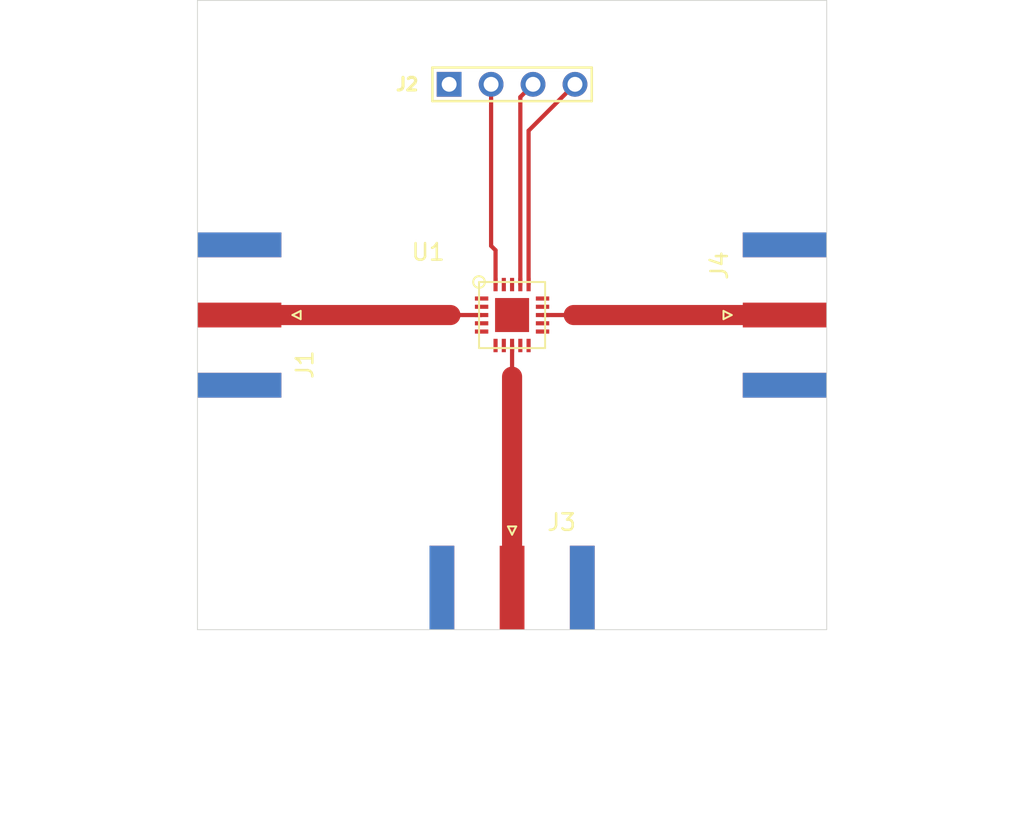
<source format=kicad_pcb>
(kicad_pcb (version 20171130) (host pcbnew "(5.1.6-rc1-6-g4e217d402)-1")

  (general
    (thickness 1.6)
    (drawings 4)
    (tracks 14)
    (zones 0)
    (modules 5)
    (nets 8)
  )

  (page A4)
  (layers
    (0 F.Cu signal)
    (31 B.Cu signal)
    (32 B.Adhes user)
    (33 F.Adhes user)
    (34 B.Paste user)
    (35 F.Paste user)
    (36 B.SilkS user)
    (37 F.SilkS user)
    (38 B.Mask user)
    (39 F.Mask user)
    (40 Dwgs.User user)
    (41 Cmts.User user)
    (42 Eco1.User user)
    (43 Eco2.User user)
    (44 Edge.Cuts user)
    (45 Margin user)
    (46 B.CrtYd user)
    (47 F.CrtYd user)
    (48 B.Fab user)
    (49 F.Fab user)
  )

  (setup
    (last_trace_width 0.254)
    (user_trace_width 0.254)
    (user_trace_width 1.2192)
    (trace_clearance 0.2)
    (zone_clearance 0.254)
    (zone_45_only no)
    (trace_min 0.2)
    (via_size 0.8)
    (via_drill 0.4)
    (via_min_size 0.4)
    (via_min_drill 0.3)
    (uvia_size 0.3)
    (uvia_drill 0.1)
    (uvias_allowed no)
    (uvia_min_size 0.2)
    (uvia_min_drill 0.1)
    (edge_width 0.05)
    (segment_width 0.2)
    (pcb_text_width 0.3)
    (pcb_text_size 1.5 1.5)
    (mod_edge_width 0.12)
    (mod_text_size 1 1)
    (mod_text_width 0.15)
    (pad_size 1.524 1.524)
    (pad_drill 0.762)
    (pad_to_mask_clearance 0.05)
    (aux_axis_origin 0 0)
    (visible_elements FFFFFF7F)
    (pcbplotparams
      (layerselection 0x010fc_ffffffff)
      (usegerberextensions false)
      (usegerberattributes true)
      (usegerberadvancedattributes true)
      (creategerberjobfile true)
      (excludeedgelayer true)
      (linewidth 0.100000)
      (plotframeref false)
      (viasonmask false)
      (mode 1)
      (useauxorigin false)
      (hpglpennumber 1)
      (hpglpenspeed 20)
      (hpglpendiameter 15.000000)
      (psnegative false)
      (psa4output false)
      (plotreference true)
      (plotvalue true)
      (plotinvisibletext false)
      (padsonsilk false)
      (subtractmaskfromsilk false)
      (outputformat 1)
      (mirror false)
      (drillshape 1)
      (scaleselection 1)
      (outputdirectory ""))
  )

  (net 0 "")
  (net 1 "Net-(J1-Pad1)")
  (net 2 GND)
  (net 3 "Net-(J2-Pad2)")
  (net 4 "Net-(J2-Pad3)")
  (net 5 "Net-(J2-Pad4)")
  (net 6 "Net-(J3-Pad1)")
  (net 7 "Net-(J4-Pad1)")

  (net_class Default "This is the default net class."
    (clearance 0.2)
    (trace_width 0.25)
    (via_dia 0.8)
    (via_drill 0.4)
    (uvia_dia 0.3)
    (uvia_drill 0.1)
    (add_net GND)
    (add_net "Net-(J1-Pad1)")
    (add_net "Net-(J2-Pad2)")
    (add_net "Net-(J2-Pad3)")
    (add_net "Net-(J2-Pad4)")
    (add_net "Net-(J3-Pad1)")
    (add_net "Net-(J4-Pad1)")
  )

  (module lib_fp:HSWA2-30DR+ (layer F.Cu) (tedit 5EB97879) (tstamp 5EB9D906)
    (at 171.45 82.55)
    (path /5EB99C85)
    (fp_text reference U1 (at -5.08 -3.81) (layer F.SilkS)
      (effects (font (size 1 1) (thickness 0.15)))
    )
    (fp_text value HSWA2-30DR+ (at -10.16 -15.24) (layer F.Fab)
      (effects (font (size 1 1) (thickness 0.15)))
    )
    (fp_circle (center -2 -2) (end -2.25 -2.25) (layer F.SilkS) (width 0.12))
    (fp_line (start 2 -2) (end -2 -2) (layer F.SilkS) (width 0.12))
    (fp_line (start 2 2) (end 2 -2) (layer F.SilkS) (width 0.12))
    (fp_line (start -2 2) (end 2 2) (layer F.SilkS) (width 0.12))
    (fp_line (start -2 -2) (end -2 2) (layer F.SilkS) (width 0.12))
    (pad 0 smd rect (at 0 0) (size 2.06 2.06) (layers F.Cu F.Paste F.Mask)
      (net 2 GND))
    (pad 6 smd rect (at -1 1.845 90) (size 0.81 0.25) (layers F.Cu F.Paste F.Mask)
      (net 2 GND))
    (pad 7 smd rect (at -0.5 1.845 90) (size 0.81 0.25) (layers F.Cu F.Paste F.Mask)
      (net 2 GND))
    (pad 8 smd rect (at 0 1.845 90) (size 0.81 0.25) (layers F.Cu F.Paste F.Mask)
      (net 6 "Net-(J3-Pad1)"))
    (pad 9 smd rect (at 0.5 1.845 90) (size 0.81 0.25) (layers F.Cu F.Paste F.Mask)
      (net 2 GND))
    (pad 10 smd rect (at 1 1.845 90) (size 0.81 0.25) (layers F.Cu F.Paste F.Mask)
      (net 2 GND))
    (pad 16 smd rect (at 1 -1.845 90) (size 0.81 0.25) (layers F.Cu F.Paste F.Mask)
      (net 5 "Net-(J2-Pad4)"))
    (pad 17 smd rect (at 0.5 -1.845 90) (size 0.81 0.25) (layers F.Cu F.Paste F.Mask)
      (net 4 "Net-(J2-Pad3)"))
    (pad 18 smd rect (at 0 -1.845 90) (size 0.81 0.25) (layers F.Cu F.Paste F.Mask)
      (net 2 GND))
    (pad 19 smd rect (at -0.5 -1.845 90) (size 0.81 0.25) (layers F.Cu F.Paste F.Mask)
      (net 2 GND))
    (pad 20 smd rect (at -1 -1.845 90) (size 0.81 0.25) (layers F.Cu F.Paste F.Mask)
      (net 3 "Net-(J2-Pad2)"))
    (pad 11 smd rect (at 1.845 1) (size 0.81 0.25) (layers F.Cu F.Paste F.Mask)
      (net 2 GND))
    (pad 12 smd rect (at 1.845 0.5) (size 0.81 0.25) (layers F.Cu F.Paste F.Mask)
      (net 2 GND))
    (pad 13 smd rect (at 1.845 0) (size 0.81 0.25) (layers F.Cu F.Paste F.Mask)
      (net 7 "Net-(J4-Pad1)"))
    (pad 14 smd rect (at 1.845 -0.5) (size 0.81 0.25) (layers F.Cu F.Paste F.Mask)
      (net 2 GND))
    (pad 15 smd rect (at 1.845 -1) (size 0.81 0.25) (layers F.Cu F.Paste F.Mask))
    (pad 5 smd rect (at -1.845 1) (size 0.81 0.25) (layers F.Cu F.Paste F.Mask)
      (net 2 GND))
    (pad 4 smd rect (at -1.845 0.5) (size 0.81 0.25) (layers F.Cu F.Paste F.Mask)
      (net 2 GND))
    (pad 3 smd rect (at -1.845 0) (size 0.81 0.25) (layers F.Cu F.Paste F.Mask)
      (net 1 "Net-(J1-Pad1)"))
    (pad 2 smd rect (at -1.845 -0.5) (size 0.81 0.25) (layers F.Cu F.Paste F.Mask)
      (net 2 GND))
    (pad 1 smd rect (at -1.845 -1) (size 0.81 0.25) (layers F.Cu F.Paste F.Mask)
      (net 2 GND))
  )

  (module Connector_Coaxial:SMA_Amphenol_132289_EdgeMount (layer F.Cu) (tedit 5A1C1810) (tstamp 5EB9D8E8)
    (at 187.96 82.55)
    (descr http://www.amphenolrf.com/132289.html)
    (tags SMA)
    (path /5EB9B5BB)
    (attr smd)
    (fp_text reference J4 (at -3.96 -3 90) (layer F.SilkS)
      (effects (font (size 1 1) (thickness 0.15)))
    )
    (fp_text value Conn_Coaxial (at 5 6) (layer F.Fab)
      (effects (font (size 1 1) (thickness 0.15)))
    )
    (fp_text user %R (at 4.79 0 270) (layer F.Fab)
      (effects (font (size 1 1) (thickness 0.15)))
    )
    (fp_line (start -3.71 0.25) (end -3.21 0) (layer F.SilkS) (width 0.12))
    (fp_line (start -3.71 -0.25) (end -3.71 0.25) (layer F.SilkS) (width 0.12))
    (fp_line (start -3.21 0) (end -3.71 -0.25) (layer F.SilkS) (width 0.12))
    (fp_line (start 3.54 0) (end 2.54 0.75) (layer F.Fab) (width 0.1))
    (fp_line (start 2.54 -0.75) (end 3.54 0) (layer F.Fab) (width 0.1))
    (fp_line (start 14.47 -5.58) (end -3.04 -5.58) (layer F.CrtYd) (width 0.05))
    (fp_line (start 14.47 -5.58) (end 14.47 5.58) (layer F.CrtYd) (width 0.05))
    (fp_line (start 14.47 5.58) (end -3.04 5.58) (layer F.CrtYd) (width 0.05))
    (fp_line (start -3.04 5.58) (end -3.04 -5.58) (layer F.CrtYd) (width 0.05))
    (fp_line (start 14.47 -5.58) (end -3.04 -5.58) (layer B.CrtYd) (width 0.05))
    (fp_line (start 14.47 -5.58) (end 14.47 5.58) (layer B.CrtYd) (width 0.05))
    (fp_line (start 14.47 5.58) (end -3.04 5.58) (layer B.CrtYd) (width 0.05))
    (fp_line (start -3.04 5.58) (end -3.04 -5.58) (layer B.CrtYd) (width 0.05))
    (fp_line (start 4.445 -3.81) (end 13.97 -3.81) (layer F.Fab) (width 0.1))
    (fp_line (start 13.97 -3.81) (end 13.97 3.81) (layer F.Fab) (width 0.1))
    (fp_line (start 13.97 3.81) (end 4.445 3.81) (layer F.Fab) (width 0.1))
    (fp_line (start 4.445 5.08) (end 4.445 3.81) (layer F.Fab) (width 0.1))
    (fp_line (start 4.445 -3.81) (end 4.445 -5.08) (layer F.Fab) (width 0.1))
    (fp_line (start -1.91 -5.08) (end 4.445 -5.08) (layer F.Fab) (width 0.1))
    (fp_line (start -1.91 -5.08) (end -1.91 -3.81) (layer F.Fab) (width 0.1))
    (fp_line (start -1.91 -3.81) (end 2.54 -3.81) (layer F.Fab) (width 0.1))
    (fp_line (start 2.54 -3.81) (end 2.54 3.81) (layer F.Fab) (width 0.1))
    (fp_line (start 2.54 3.81) (end -1.91 3.81) (layer F.Fab) (width 0.1))
    (fp_line (start -1.91 3.81) (end -1.91 5.08) (layer F.Fab) (width 0.1))
    (fp_line (start -1.91 5.08) (end 4.445 5.08) (layer F.Fab) (width 0.1))
    (pad 1 smd rect (at 0 0 90) (size 1.5 5.08) (layers F.Cu F.Paste F.Mask)
      (net 7 "Net-(J4-Pad1)"))
    (pad 2 smd rect (at 0 -4.25 90) (size 1.5 5.08) (layers F.Cu F.Paste F.Mask)
      (net 2 GND))
    (pad 2 smd rect (at 0 4.25 90) (size 1.5 5.08) (layers F.Cu F.Paste F.Mask)
      (net 2 GND))
    (pad 2 smd rect (at 0 -4.25 90) (size 1.5 5.08) (layers B.Cu B.Paste B.Mask)
      (net 2 GND))
    (pad 2 smd rect (at 0 4.25 90) (size 1.5 5.08) (layers B.Cu B.Paste B.Mask)
      (net 2 GND))
    (model ${KISYS3DMOD}/Connector_Coaxial.3dshapes/SMA_Amphenol_132289_EdgeMount.wrl
      (at (xyz 0 0 0))
      (scale (xyz 1 1 1))
      (rotate (xyz 0 0 0))
    )
  )

  (module Connector_Coaxial:SMA_Amphenol_132289_EdgeMount (layer F.Cu) (tedit 5A1C1810) (tstamp 5EB9D8C5)
    (at 171.45 99.06 270)
    (descr http://www.amphenolrf.com/132289.html)
    (tags SMA)
    (path /5EB9CA5F)
    (attr smd)
    (fp_text reference J3 (at -3.96 -3) (layer F.SilkS)
      (effects (font (size 1 1) (thickness 0.15)))
    )
    (fp_text value Conn_Coaxial (at 5 6 90) (layer F.Fab)
      (effects (font (size 1 1) (thickness 0.15)))
    )
    (fp_text user %R (at 4.79 0 180) (layer F.Fab)
      (effects (font (size 1 1) (thickness 0.15)))
    )
    (fp_line (start -3.71 0.25) (end -3.21 0) (layer F.SilkS) (width 0.12))
    (fp_line (start -3.71 -0.25) (end -3.71 0.25) (layer F.SilkS) (width 0.12))
    (fp_line (start -3.21 0) (end -3.71 -0.25) (layer F.SilkS) (width 0.12))
    (fp_line (start 3.54 0) (end 2.54 0.75) (layer F.Fab) (width 0.1))
    (fp_line (start 2.54 -0.75) (end 3.54 0) (layer F.Fab) (width 0.1))
    (fp_line (start 14.47 -5.58) (end -3.04 -5.58) (layer F.CrtYd) (width 0.05))
    (fp_line (start 14.47 -5.58) (end 14.47 5.58) (layer F.CrtYd) (width 0.05))
    (fp_line (start 14.47 5.58) (end -3.04 5.58) (layer F.CrtYd) (width 0.05))
    (fp_line (start -3.04 5.58) (end -3.04 -5.58) (layer F.CrtYd) (width 0.05))
    (fp_line (start 14.47 -5.58) (end -3.04 -5.58) (layer B.CrtYd) (width 0.05))
    (fp_line (start 14.47 -5.58) (end 14.47 5.58) (layer B.CrtYd) (width 0.05))
    (fp_line (start 14.47 5.58) (end -3.04 5.58) (layer B.CrtYd) (width 0.05))
    (fp_line (start -3.04 5.58) (end -3.04 -5.58) (layer B.CrtYd) (width 0.05))
    (fp_line (start 4.445 -3.81) (end 13.97 -3.81) (layer F.Fab) (width 0.1))
    (fp_line (start 13.97 -3.81) (end 13.97 3.81) (layer F.Fab) (width 0.1))
    (fp_line (start 13.97 3.81) (end 4.445 3.81) (layer F.Fab) (width 0.1))
    (fp_line (start 4.445 5.08) (end 4.445 3.81) (layer F.Fab) (width 0.1))
    (fp_line (start 4.445 -3.81) (end 4.445 -5.08) (layer F.Fab) (width 0.1))
    (fp_line (start -1.91 -5.08) (end 4.445 -5.08) (layer F.Fab) (width 0.1))
    (fp_line (start -1.91 -5.08) (end -1.91 -3.81) (layer F.Fab) (width 0.1))
    (fp_line (start -1.91 -3.81) (end 2.54 -3.81) (layer F.Fab) (width 0.1))
    (fp_line (start 2.54 -3.81) (end 2.54 3.81) (layer F.Fab) (width 0.1))
    (fp_line (start 2.54 3.81) (end -1.91 3.81) (layer F.Fab) (width 0.1))
    (fp_line (start -1.91 3.81) (end -1.91 5.08) (layer F.Fab) (width 0.1))
    (fp_line (start -1.91 5.08) (end 4.445 5.08) (layer F.Fab) (width 0.1))
    (pad 1 smd rect (at 0 0) (size 1.5 5.08) (layers F.Cu F.Paste F.Mask)
      (net 6 "Net-(J3-Pad1)"))
    (pad 2 smd rect (at 0 -4.25) (size 1.5 5.08) (layers F.Cu F.Paste F.Mask)
      (net 2 GND))
    (pad 2 smd rect (at 0 4.25) (size 1.5 5.08) (layers F.Cu F.Paste F.Mask)
      (net 2 GND))
    (pad 2 smd rect (at 0 -4.25) (size 1.5 5.08) (layers B.Cu B.Paste B.Mask)
      (net 2 GND))
    (pad 2 smd rect (at 0 4.25) (size 1.5 5.08) (layers B.Cu B.Paste B.Mask)
      (net 2 GND))
    (model ${KISYS3DMOD}/Connector_Coaxial.3dshapes/SMA_Amphenol_132289_EdgeMount.wrl
      (at (xyz 0 0 0))
      (scale (xyz 1 1 1))
      (rotate (xyz 0 0 0))
    )
  )

  (module "lib_fp:Header 4 Keyed RT Angle" (layer F.Cu) (tedit 5C4376EB) (tstamp 5EB9D8A2)
    (at 167.64 68.58 270)
    (path /5EBA926A)
    (attr smd)
    (fp_text reference J2 (at 0 2.54) (layer F.SilkS)
      (effects (font (size 0.762 0.762) (thickness 0.1905)))
    )
    (fp_text value Conn_01x04 (at 0 0 90) (layer F.SilkS) hide
      (effects (font (size 0.762 0.762) (thickness 0.1905)))
    )
    (fp_line (start -1.016 -8.636) (end 1.016 -8.636) (layer F.SilkS) (width 0.15))
    (fp_line (start 1.016 -8.636) (end 1.016 1.016) (layer F.SilkS) (width 0.15))
    (fp_line (start 1.016 1.016) (end -1.016 1.016) (layer F.SilkS) (width 0.15))
    (fp_line (start -1.016 1.016) (end -1.016 -8.636) (layer F.SilkS) (width 0.15))
    (pad 1 thru_hole rect (at 0 0) (size 1.5 1.5) (drill 0.9) (layers *.Cu *.Paste *.Mask)
      (net 2 GND))
    (pad 2 thru_hole circle (at 0 -2.54) (size 1.5 1.5) (drill 0.9) (layers *.Cu *.Paste *.Mask)
      (net 3 "Net-(J2-Pad2)"))
    (pad 3 thru_hole circle (at 0 -5.08) (size 1.5 1.5) (drill 0.9) (layers *.Cu *.Paste *.Mask)
      (net 4 "Net-(J2-Pad3)"))
    (pad 4 thru_hole circle (at 0 -7.62) (size 1.5 1.5) (drill 0.9) (layers *.Cu *.Paste *.Mask)
      (net 5 "Net-(J2-Pad4)"))
    (model ./wrlshp/315597BB-178A.wrl
      (at (xyz 0 0 0))
      (scale (xyz 1 1 1))
      (rotate (xyz 0 0 180))
    )
  )

  (module Connector_Coaxial:SMA_Amphenol_132289_EdgeMount (layer F.Cu) (tedit 5A1C1810) (tstamp 5EB9D896)
    (at 154.94 82.55 180)
    (descr http://www.amphenolrf.com/132289.html)
    (tags SMA)
    (path /5EB9D762)
    (attr smd)
    (fp_text reference J1 (at -3.96 -3 90) (layer F.SilkS)
      (effects (font (size 1 1) (thickness 0.15)))
    )
    (fp_text value Conn_Coaxial (at 5 6) (layer F.Fab)
      (effects (font (size 1 1) (thickness 0.15)))
    )
    (fp_text user %R (at 4.79 0 270) (layer F.Fab)
      (effects (font (size 1 1) (thickness 0.15)))
    )
    (fp_line (start -3.71 0.25) (end -3.21 0) (layer F.SilkS) (width 0.12))
    (fp_line (start -3.71 -0.25) (end -3.71 0.25) (layer F.SilkS) (width 0.12))
    (fp_line (start -3.21 0) (end -3.71 -0.25) (layer F.SilkS) (width 0.12))
    (fp_line (start 3.54 0) (end 2.54 0.75) (layer F.Fab) (width 0.1))
    (fp_line (start 2.54 -0.75) (end 3.54 0) (layer F.Fab) (width 0.1))
    (fp_line (start 14.47 -5.58) (end -3.04 -5.58) (layer F.CrtYd) (width 0.05))
    (fp_line (start 14.47 -5.58) (end 14.47 5.58) (layer F.CrtYd) (width 0.05))
    (fp_line (start 14.47 5.58) (end -3.04 5.58) (layer F.CrtYd) (width 0.05))
    (fp_line (start -3.04 5.58) (end -3.04 -5.58) (layer F.CrtYd) (width 0.05))
    (fp_line (start 14.47 -5.58) (end -3.04 -5.58) (layer B.CrtYd) (width 0.05))
    (fp_line (start 14.47 -5.58) (end 14.47 5.58) (layer B.CrtYd) (width 0.05))
    (fp_line (start 14.47 5.58) (end -3.04 5.58) (layer B.CrtYd) (width 0.05))
    (fp_line (start -3.04 5.58) (end -3.04 -5.58) (layer B.CrtYd) (width 0.05))
    (fp_line (start 4.445 -3.81) (end 13.97 -3.81) (layer F.Fab) (width 0.1))
    (fp_line (start 13.97 -3.81) (end 13.97 3.81) (layer F.Fab) (width 0.1))
    (fp_line (start 13.97 3.81) (end 4.445 3.81) (layer F.Fab) (width 0.1))
    (fp_line (start 4.445 5.08) (end 4.445 3.81) (layer F.Fab) (width 0.1))
    (fp_line (start 4.445 -3.81) (end 4.445 -5.08) (layer F.Fab) (width 0.1))
    (fp_line (start -1.91 -5.08) (end 4.445 -5.08) (layer F.Fab) (width 0.1))
    (fp_line (start -1.91 -5.08) (end -1.91 -3.81) (layer F.Fab) (width 0.1))
    (fp_line (start -1.91 -3.81) (end 2.54 -3.81) (layer F.Fab) (width 0.1))
    (fp_line (start 2.54 -3.81) (end 2.54 3.81) (layer F.Fab) (width 0.1))
    (fp_line (start 2.54 3.81) (end -1.91 3.81) (layer F.Fab) (width 0.1))
    (fp_line (start -1.91 3.81) (end -1.91 5.08) (layer F.Fab) (width 0.1))
    (fp_line (start -1.91 5.08) (end 4.445 5.08) (layer F.Fab) (width 0.1))
    (pad 1 smd rect (at 0 0 270) (size 1.5 5.08) (layers F.Cu F.Paste F.Mask)
      (net 1 "Net-(J1-Pad1)"))
    (pad 2 smd rect (at 0 -4.25 270) (size 1.5 5.08) (layers F.Cu F.Paste F.Mask)
      (net 2 GND))
    (pad 2 smd rect (at 0 4.25 270) (size 1.5 5.08) (layers F.Cu F.Paste F.Mask)
      (net 2 GND))
    (pad 2 smd rect (at 0 -4.25 270) (size 1.5 5.08) (layers B.Cu B.Paste B.Mask)
      (net 2 GND))
    (pad 2 smd rect (at 0 4.25 270) (size 1.5 5.08) (layers B.Cu B.Paste B.Mask)
      (net 2 GND))
    (model ${KISYS3DMOD}/Connector_Coaxial.3dshapes/SMA_Amphenol_132289_EdgeMount.wrl
      (at (xyz 0 0 0))
      (scale (xyz 1 1 1))
      (rotate (xyz 0 0 0))
    )
  )

  (gr_line (start 190.5 101.6) (end 152.4 101.6) (layer Edge.Cuts) (width 0.05) (tstamp 5EB9DDFF))
  (gr_line (start 190.5 63.5) (end 190.5 101.6) (layer Edge.Cuts) (width 0.05))
  (gr_line (start 152.4 63.5) (end 190.5 63.5) (layer Edge.Cuts) (width 0.05))
  (gr_line (start 152.4 101.6) (end 152.4 63.5) (layer Edge.Cuts) (width 0.05))

  (segment (start 169.605 82.55) (end 168.3258 82.55) (width 0.254) (layer F.Cu) (net 1))
  (segment (start 154.94 82.55) (end 167.7162 82.55) (width 1.2192) (layer F.Cu) (net 1))
  (segment (start 170.18 68.58) (end 170.18 78.359) (width 0.254) (layer F.Cu) (net 3))
  (segment (start 170.45 78.629) (end 170.45 80.705) (width 0.254) (layer F.Cu) (net 3))
  (segment (start 170.18 78.359) (end 170.45 78.629) (width 0.254) (layer F.Cu) (net 3))
  (segment (start 171.95 69.35) (end 172.72 68.58) (width 0.254) (layer F.Cu) (net 4))
  (segment (start 171.95 80.705) (end 171.95 69.35) (width 0.254) (layer F.Cu) (net 4))
  (segment (start 172.45 71.39) (end 175.26 68.58) (width 0.254) (layer F.Cu) (net 5))
  (segment (start 172.45 80.705) (end 172.45 71.39) (width 0.254) (layer F.Cu) (net 5))
  (segment (start 171.45 84.395) (end 171.45 84.6328) (width 0.254) (layer F.Cu) (net 6))
  (segment (start 171.45 84.6328) (end 171.45 85.6742) (width 0.254) (layer F.Cu) (net 6))
  (segment (start 171.45 99.06) (end 171.45 86.2838) (width 1.2192) (layer F.Cu) (net 6))
  (segment (start 173.295 82.55) (end 174.5742 82.55) (width 0.254) (layer F.Cu) (net 7))
  (segment (start 187.96 82.55) (end 175.1838 82.55) (width 1.2192) (layer F.Cu) (net 7))

  (zone (net 2) (net_name GND) (layer F.Cu) (tstamp 0) (hatch edge 0.508)
    (connect_pads yes (clearance 0.254))
    (min_thickness 0.254)
    (fill (arc_segments 32) (thermal_gap 0.508) (thermal_bridge_width 0.508))
    (polygon
      (pts
        (xy 189.23 100.33) (xy 153.67 100.33) (xy 153.67 64.77) (xy 189.23 64.77)
      )
    )
  )
  (zone (net 2) (net_name GND) (layer B.Cu) (tstamp 0) (hatch edge 0.508)
    (connect_pads (clearance 0.508))
    (min_thickness 0.254)
    (fill (arc_segments 32) (thermal_gap 0.508) (thermal_bridge_width 0.508))
    (polygon
      (pts
        (xy 189.23 100.33) (xy 153.67 100.33) (xy 153.67 64.77) (xy 189.23 64.77)
      )
    )
  )
)

</source>
